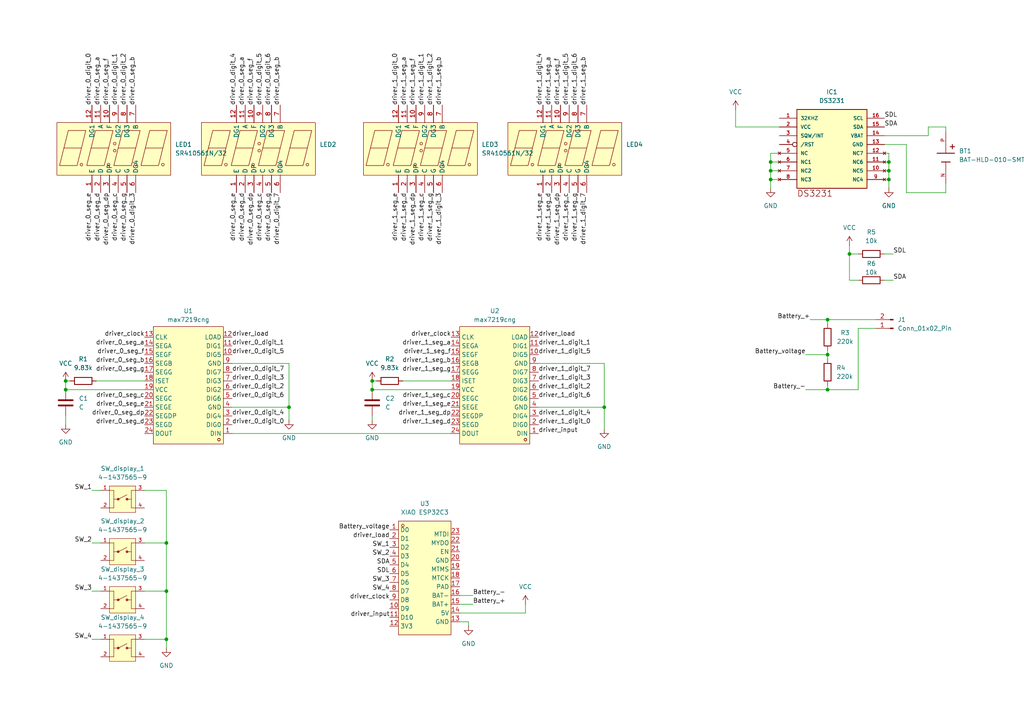
<source format=kicad_sch>
(kicad_sch (version 20231120) (generator "eeschema") (generator_version "8.0")
  (paper "A4")
  (lib_symbols
    (symbol "8 segment display:SR410561N_32"
      (property "Reference" "LED" (at 0 17.78 0))
      (property "Value" "SR410561N/32" (at 0 -17.78 0))
      (symbol "SR410561N_32_0_1"
        (rectangle (start -17.78 7.62) (end 15.24 -7.62) (fill (type background)))
        (circle (center -10.67 -4.57) (radius 0.38))
        (circle (center -2.79 -4.57) (radius 0.38))
        (circle (center -1.02 -0.51) (radius 0.38))
        (circle (center -1.02 1.52) (radius 0.38))
        (polyline (pts (xy -15.75 0.25) (xy -10.67 0.25)))
        (polyline (pts (xy -7.87 0.25) (xy -2.79 0.25)))
        (polyline (pts (xy 0 0.25) (xy 5.08 0.25)))
        (polyline (pts (xy 7.87 0.25) (xy 12.95 0.25)))
        (polyline (pts (xy -14.48 5.33) (xy -9.4 5.33) (xy -11.94 -4.83) (xy -17.02 -4.83) (xy -14.48 5.33)) (fill (type background)))
        (polyline (pts (xy -6.6 5.33) (xy -1.52 5.33) (xy -4.06 -4.83) (xy -9.14 -4.83) (xy -6.6 5.33)) (fill (type background)))
        (polyline (pts (xy 1.27 5.33) (xy 6.35 5.33) (xy 3.81 -4.83) (xy -1.27 -4.83) (xy 1.27 5.33)) (fill (type background)))
        (polyline (pts (xy 9.14 5.33) (xy 14.22 5.33) (xy 11.68 -4.83) (xy 6.6 -4.83) (xy 9.14 5.33)) (fill (type background)))
        (circle (center 5.08 -4.57) (radius 0.38))
        (circle (center 12.95 -4.57) (radius 0.38))
        (pin unspecified line (at -7.62 -12.7 90) (length 5.08) (name "E") (number "1"))
        (pin unspecified line (at -2.54 12.7 270) (length 5.08) (name "F") (number "10"))
        (pin unspecified line (at -5.08 12.7 270) (length 5.08) (name "A") (number "11"))
        (pin unspecified line (at -7.62 12.7 270) (length 5.08) (name "DG1") (number "12"))
        (pin unspecified line (at -5.08 -12.7 90) (length 5.08) (name "D") (number "2"))
        (pin unspecified line (at -2.54 -12.7 90) (length 5.08) (name "DP") (number "3"))
        (pin unspecified line (at 0 -12.7 90) (length 5.08) (name "C") (number "4"))
        (pin unspecified line (at 2.54 -12.7 90) (length 5.08) (name "G") (number "5"))
        (pin unspecified line (at 5.08 -12.7 90) (length 5.08) (name "DG4") (number "6"))
        (pin unspecified line (at 5.08 12.7 270) (length 5.08) (name "B") (number "7"))
        (pin unspecified line (at 2.54 12.7 270) (length 5.08) (name "DG3") (number "8"))
        (pin unspecified line (at 0 12.7 270) (length 5.08) (name "DG2") (number "9"))
      )
    )
    (symbol "8 segment display:XIAOESP32C3"
      (property "Reference" "U" (at 0 19.05 0))
      (property "Value" "XIAO ESP32C3" (at 0 -19.05 0))
      (symbol "XIAOESP32C3_0_1"
        (rectangle (start -7.62 16.51) (end 7.62 -16.51) (fill (type background)))
        (circle (center -6.35 15.24) (radius 0.38))
        (pin unspecified line (at -10.16 13.97 0) (length 2.54) (name "D0") (number "1"))
        (pin unspecified line (at -10.16 -8.89 0) (length 2.54) (name "D9") (number "10"))
        (pin unspecified line (at -10.16 -11.43 0) (length 2.54) (name "D10") (number "11"))
        (pin unspecified line (at -10.16 -13.97 0) (length 2.54) (name "3V3") (number "12"))
        (pin unspecified line (at 10.16 -12.7 180) (length 2.54) (name "GND") (number "13"))
        (pin unspecified line (at 10.16 -10.16 180) (length 2.54) (name "5V") (number "14"))
        (pin unspecified line (at 10.16 -7.62 180) (length 2.54) (name "BAT+") (number "15"))
        (pin unspecified line (at 10.16 -5.08 180) (length 2.54) (name "BAT-") (number "16"))
        (pin unspecified line (at 10.16 -2.54 180) (length 2.54) (name "PAD") (number "17"))
        (pin unspecified line (at 10.16 0 180) (length 2.54) (name "MTCK") (number "18"))
        (pin unspecified line (at 10.16 2.54 180) (length 2.54) (name "MTMS") (number "19"))
        (pin unspecified line (at -10.16 11.43 0) (length 2.54) (name "D1") (number "2"))
        (pin unspecified line (at 10.16 5.08 180) (length 2.54) (name "GND") (number "20"))
        (pin unspecified line (at 10.16 7.62 180) (length 2.54) (name "EN") (number "21"))
        (pin unspecified line (at 10.16 10.16 180) (length 2.54) (name "MYDO") (number "22"))
        (pin unspecified line (at 10.16 12.7 180) (length 2.54) (name "MTDI") (number "23"))
        (pin unspecified line (at -10.16 8.89 0) (length 2.54) (name "D2") (number "3"))
        (pin unspecified line (at -10.16 6.35 0) (length 2.54) (name "D3") (number "4"))
        (pin unspecified line (at -10.16 3.81 0) (length 2.54) (name "D4") (number "5"))
        (pin unspecified line (at -10.16 1.27 0) (length 2.54) (name "D5") (number "6"))
        (pin unspecified line (at -10.16 -1.27 0) (length 2.54) (name "D6") (number "7"))
        (pin unspecified line (at -10.16 -3.81 0) (length 2.54) (name "D7") (number "8"))
        (pin unspecified line (at -10.16 -6.35 0) (length 2.54) (name "D8") (number "9"))
      )
    )
    (symbol "8 segment display:max7219cng"
      (property "Reference" "U" (at 0 19.05 0))
      (property "Value" "max7219cng" (at 0 -19.05 0))
      (symbol "max7219cng_0_1"
        (rectangle (start -10.16 17.02) (end 10.16 -17.02) (fill (type background)))
        (circle (center -8.89 15.75) (radius 0.38))
        (circle (center -8.89 15.75) (radius 0.38))
        (pin unspecified line (at -12.7 13.97 0) (length 2.54) (name "DIN") (number "1"))
        (pin unspecified line (at -12.7 -8.89 0) (length 2.54) (name "DIG5") (number "10"))
        (pin unspecified line (at -12.7 -11.43 0) (length 2.54) (name "DIG1") (number "11"))
        (pin unspecified line (at -12.7 -13.97 0) (length 2.54) (name "LOAD") (number "12"))
        (pin unspecified line (at 12.7 -13.97 180) (length 2.54) (name "CLK") (number "13"))
        (pin unspecified line (at 12.7 -11.43 180) (length 2.54) (name "SEGA") (number "14"))
        (pin unspecified line (at 12.7 -8.89 180) (length 2.54) (name "SEGF") (number "15"))
        (pin unspecified line (at 12.7 -6.35 180) (length 2.54) (name "SEGB") (number "16"))
        (pin unspecified line (at 12.7 -3.81 180) (length 2.54) (name "SEGG") (number "17"))
        (pin unspecified line (at 12.7 -1.27 180) (length 2.54) (name "ISET") (number "18"))
        (pin unspecified line (at 12.7 1.27 180) (length 2.54) (name "VCC") (number "19"))
        (pin unspecified line (at -12.7 11.43 0) (length 2.54) (name "DIG0") (number "2"))
        (pin unspecified line (at 12.7 3.81 180) (length 2.54) (name "SEGC") (number "20"))
        (pin unspecified line (at 12.7 6.35 180) (length 2.54) (name "SEGE") (number "21"))
        (pin unspecified line (at 12.7 8.89 180) (length 2.54) (name "SEGDP") (number "22"))
        (pin unspecified line (at 12.7 11.43 180) (length 2.54) (name "SEGD") (number "23"))
        (pin unspecified line (at 12.7 13.97 180) (length 2.54) (name "DOUT") (number "24"))
        (pin unspecified line (at -12.7 8.89 0) (length 2.54) (name "DIG4") (number "3"))
        (pin unspecified line (at -12.7 6.35 0) (length 2.54) (name "GND") (number "4"))
        (pin unspecified line (at -12.7 3.81 0) (length 2.54) (name "DIG6") (number "5"))
        (pin unspecified line (at -12.7 1.27 0) (length 2.54) (name "DIG2") (number "6"))
        (pin unspecified line (at -12.7 -1.27 0) (length 2.54) (name "DIG3") (number "7"))
        (pin unspecified line (at -12.7 -3.81 0) (length 2.54) (name "DIG7") (number "8"))
        (pin unspecified line (at -12.7 -6.35 0) (length 2.54) (name "GND") (number "9"))
      )
    )
    (symbol "Connector:Conn_01x02_Pin" (pin_names (offset 1.016) hide)
      (property "Reference" "J" (at 0 2.54 0))
      (property "Value" "Conn_01x02_Pin" (at 0 -5.08 0))
      (symbol "Conn_01x02_Pin_1_1"
        (polyline (pts (xy 1.27 -2.54) (xy 0.8636 -2.54)) (stroke (width 0.1524)))
        (polyline (pts (xy 1.27 0) (xy 0.8636 0)) (stroke (width 0.1524)))
        (rectangle (start 0.8636 -2.413) (end 0 -2.667) (stroke (width 0.1524)) (fill (type outline)))
        (rectangle (start 0.8636 0.127) (end 0 -0.127) (stroke (width 0.1524)) (fill (type outline)))
        (pin passive line (at 5.08 0 180) (length 3.81) (name "Pin_1") (number "1"))
        (pin passive line (at 5.08 -2.54 180) (length 3.81) (name "Pin_2") (number "2"))
      )
    )
    (symbol "DS3231:DS3231" (pin_names (offset 1.016))
      (property "Reference" "IC" (at 10.16 15.24 0))
      (property "Value" "DS3231" (at 0 0 0))
      (symbol "DS3231_0_0"
        (rectangle (start -10.16 -10.16) (end 10.16 12.7) (stroke (width 0.254)) (fill (type background)))
        (text "DS3231" (at -10.16 -12.7 0) (effects (font (size 1.778 1.778)) (justify left bottom)))
        (pin output line (at -15.24 10.16 0) (length 5.08) (name "32KHZ") (number "1"))
        (pin no_connect line (at 15.24 -5.08 180) (length 5.08) (name "NC5") (number "10"))
        (pin no_connect line (at 15.24 -2.54 180) (length 5.08) (name "NC6") (number "11"))
        (pin no_connect line (at 15.24 0 180) (length 5.08) (name "NC7") (number "12"))
        (pin power_in line (at 15.24 2.54 180) (length 5.08) (name "GND") (number "13"))
        (pin power_in line (at 15.24 5.08 180) (length 5.08) (name "VBAT") (number "14"))
        (pin bidirectional line (at 15.24 7.62 180) (length 5.08) (name "SDA") (number "15"))
        (pin bidirectional line (at 15.24 10.16 180) (length 5.08) (name "SCL") (number "16"))
        (pin power_in line (at -15.24 7.62 0) (length 5.08) (name "VCC") (number "2"))
        (pin output line (at -15.24 5.08 0) (length 5.08) (name "SQW/INT") (number "3"))
        (pin passive inverted (at -15.24 2.54 0) (length 5.08) (name "/RST") (number "4"))
        (pin no_connect line (at -15.24 0 0) (length 5.08) (name "NC") (number "5"))
        (pin no_connect line (at -15.24 -2.54 0) (length 5.08) (name "NC1") (number "6"))
        (pin no_connect line (at -15.24 -5.08 0) (length 5.08) (name "NC2") (number "7"))
        (pin no_connect line (at -15.24 -7.62 0) (length 5.08) (name "NC3") (number "8"))
        (pin no_connect line (at 15.24 -7.62 180) (length 5.08) (name "NC4") (number "9"))
      )
    )
    (symbol "Device:C" (pin_numbers hide) (pin_names (offset 0.254))
      (property "Reference" "C" (at 0.635 2.54 0))
      (property "Value" "C" (at 0.635 -2.54 0))
      (symbol "C_0_1"
        (polyline (pts (xy -2.032 -0.762) (xy 2.032 -0.762)) (stroke (width 0.508)))
        (polyline (pts (xy -2.032 0.762) (xy 2.032 0.762)) (stroke (width 0.508)))
      )
      (symbol "C_1_1"
        (pin passive line (at 0 3.81 270) (length 2.794) (name "~") (number "1"))
        (pin passive line (at 0 -3.81 90) (length 2.794) (name "~") (number "2"))
      )
    )
    (symbol "Device:R" (pin_numbers hide) (pin_names (offset 0))
      (property "Reference" "R" (at 2.032 0 90))
      (property "Value" "R" (at 0 0 90))
      (symbol "R_0_1"
        (rectangle (start -1.016 -2.54) (end 1.016 2.54) (stroke (width 0.254)))
      )
      (symbol "R_1_1"
        (pin passive line (at 0 3.81 270) (length 1.27) (name "~") (number "1"))
        (pin passive line (at 0 -3.81 90) (length 1.27) (name "~") (number "2"))
      )
    )
    (symbol "FSM6JSMA:4-1437565-9" (pin_names (offset 1.016))
      (property "Reference" "SW" (at -4.0816 4.0816 0))
      (property "Value" "4-1437565-9" (at -4.071 -5.3432 0))
      (symbol "4-1437565-9_0_0"
        (rectangle (start -3.81 -3.81) (end 3.81 3.81) (stroke (width 0.127)) (fill (type background)))
        (circle (center -1.27 0) (radius 0.254) (stroke (width 0.2159)))
        (polyline (pts (xy -3.81 2.54) (xy -2.54 2.54)) (stroke (width 0.127)))
        (polyline (pts (xy -2.54 -2.54) (xy -3.81 -2.54)) (stroke (width 0.127)))
        (polyline (pts (xy -2.54 0) (xy -1.27 0)) (stroke (width 0.127)))
        (polyline (pts (xy -2.54 2.54) (xy -2.54 -2.54)) (stroke (width 0.127)))
        (polyline (pts (xy -1.27 0) (xy 1.27 1.27)) (stroke (width 0.127)))
        (polyline (pts (xy 1.27 0) (xy 2.54 0)) (stroke (width 0.127)))
        (polyline (pts (xy 2.54 -2.54) (xy 3.81 -2.54)) (stroke (width 0.127)))
        (polyline (pts (xy 2.54 2.54) (xy 2.54 -2.54)) (stroke (width 0.127)))
        (polyline (pts (xy 3.81 2.54) (xy 2.54 2.54)) (stroke (width 0.127)))
        (circle (center 1.27 0) (radius 0.254) (stroke (width 0.2159)))
        (pin passive line (at -6.35 2.54 0) (length 2.54) (name "~") (number "1"))
        (pin passive line (at -6.35 -2.54 0) (length 2.54) (name "~") (number "2"))
        (pin passive line (at 6.35 2.54 180) (length 2.54) (name "~") (number "3"))
        (pin passive line (at 6.35 -2.54 180) (length 2.54) (name "~") (number "4"))
      )
    )
    (symbol "cr2032:BAT-HLD-010-SMT-TR" (pin_names (offset 1.016))
      (property "Reference" "BT" (at -3.81 3.81 0))
      (property "Value" "BAT-HLD-010-SMT-TR" (at -3.81 -5.08 0))
      (symbol "BAT-HLD-010-SMT-TR_0_0"
        (polyline (pts (xy -3.81 1.905) (xy -2.54 1.905)) (stroke (width 0.254)))
        (polyline (pts (xy -3.175 2.54) (xy -3.175 1.27)) (stroke (width 0.254)))
        (polyline (pts (xy -1.27 0) (xy -2.54 0)) (stroke (width 0.1524)))
        (polyline (pts (xy -1.27 2.54) (xy -1.27 -2.54)) (stroke (width 0.254)))
        (polyline (pts (xy 1.27 0) (xy 2.54 0)) (stroke (width 0.1524)))
        (polyline (pts (xy 1.27 1.27) (xy 1.27 -1.27)) (stroke (width 0.254)))
        (pin passive line (at 7.62 0 180) (length 5.08) (name "~") (number "N"))
        (pin passive line (at -7.62 0 0) (length 5.08) (name "~") (number "P"))
      )
    )
    (symbol "power:GND" (power) (pin_numbers hide) (pin_names (offset 0) hide)
      (property "Value" "GND" (at 0 -3.81 0))
      (symbol "GND_0_1"
        (polyline (pts (xy 0 0) (xy 0 -1.27) (xy 1.27 -1.27) (xy 0 -2.54) (xy -1.27 -1.27) (xy 0 -1.27)))
      )
      (symbol "GND_1_1"
        (pin power_in line (at 0 0 270) (length 0) (name "~") (number "1"))
      )
    )
    (symbol "power:VCC" (power) (pin_numbers hide) (pin_names (offset 0) hide)
      (property "Value" "VCC" (at 0 3.556 0))
      (symbol "VCC_0_1"
        (polyline (pts (xy -0.762 1.27) (xy 0 2.54)))
        (polyline (pts (xy 0 0) (xy 0 2.54)))
        (polyline (pts (xy 0 2.54) (xy 0.762 1.27)))
      )
      (symbol "VCC_1_1"
        (pin power_in line (at 0 0 90) (length 0) (name "~") (number "1"))
      )
    )
  )
  (junction (at 223.52 49.53))
  (junction (at 240.03 92.71))
  (junction (at 48.26 157.48))
  (junction (at 240.03 113.03))
  (junction (at 240.03 102.87))
  (junction (at 246.38 73.66))
  (junction (at 257.81 46.99))
  (junction (at 19.05 110.49))
  (junction (at 48.26 185.42))
  (junction (at 107.95 113.03))
  (junction (at 257.81 52.07))
  (junction (at 107.95 110.49))
  (junction (at 223.52 52.07))
  (junction (at 257.81 49.53))
  (junction (at 223.52 46.99))
  (junction (at 175.26 118.11))
  (junction (at 19.05 113.03))
  (junction (at 83.82 118.11))
  (junction (at 48.26 171.45))
  (wire (pts (xy 107.95 120.65) (xy 107.95 121.92)))
  (wire (pts (xy 213.36 36.83) (xy 226.06 36.83)))
  (wire (pts (xy 48.26 185.42) (xy 48.26 187.96)))
  (wire (pts (xy 256.54 49.53) (xy 257.81 49.53)))
  (wire (pts (xy 269.24 36.83) (xy 274.32 36.83)))
  (wire (pts (xy 19.05 113.03) (xy 41.91 113.03)))
  (wire (pts (xy 223.52 46.99) (xy 226.06 46.99)))
  (wire (pts (xy 156.21 118.11) (xy 175.26 118.11)))
  (wire (pts (xy 19.05 120.65) (xy 19.05 123.19)))
  (wire (pts (xy 234.95 92.71) (xy 240.03 92.71)))
  (wire (pts (xy 19.05 110.49) (xy 20.32 110.49)))
  (wire (pts (xy 48.26 157.48) (xy 41.91 157.48)))
  (wire (pts (xy 246.38 73.66) (xy 248.92 73.66)))
  (wire (pts (xy 223.52 49.53) (xy 223.52 52.07)))
  (wire (pts (xy 223.52 49.53) (xy 226.06 49.53)))
  (wire (pts (xy 256.54 44.45) (xy 257.81 44.45)))
  (wire (pts (xy 175.26 105.41) (xy 175.26 118.11)))
  (wire (pts (xy 262.89 55.88) (xy 274.32 55.88)))
  (wire (pts (xy 156.21 105.41) (xy 175.26 105.41)))
  (wire (pts (xy 107.95 110.49) (xy 109.22 110.49)))
  (wire (pts (xy 41.91 185.42) (xy 48.26 185.42)))
  (wire (pts (xy 274.32 53.34) (xy 274.32 55.88)))
  (wire (pts (xy 256.54 41.91) (xy 262.89 41.91)))
  (wire (pts (xy 152.4 177.8) (xy 133.35 177.8)))
  (wire (pts (xy 26.67 157.48) (xy 29.21 157.48)))
  (wire (pts (xy 135.89 180.34) (xy 133.35 180.34)))
  (wire (pts (xy 116.84 110.49) (xy 130.81 110.49)))
  (wire (pts (xy 262.89 41.91) (xy 262.89 55.88)))
  (wire (pts (xy 223.52 52.07) (xy 223.52 54.61)))
  (wire (pts (xy 223.52 52.07) (xy 226.06 52.07)))
  (wire (pts (xy 240.03 92.71) (xy 254 92.71)))
  (wire (pts (xy 240.03 113.03) (xy 248.92 113.03)))
  (wire (pts (xy 274.32 36.83) (xy 274.32 38.1)))
  (wire (pts (xy 48.26 157.48) (xy 48.26 142.24)))
  (wire (pts (xy 83.82 105.41) (xy 83.82 118.11)))
  (wire (pts (xy 257.81 44.45) (xy 257.81 46.99)))
  (wire (pts (xy 213.36 31.75) (xy 213.36 36.83)))
  (wire (pts (xy 256.54 73.66) (xy 259.08 73.66)))
  (wire (pts (xy 26.67 185.42) (xy 29.21 185.42)))
  (wire (pts (xy 269.24 39.37) (xy 269.24 36.83)))
  (wire (pts (xy 48.26 171.45) (xy 48.26 185.42)))
  (wire (pts (xy 133.35 172.72) (xy 137.16 172.72)))
  (wire (pts (xy 223.52 44.45) (xy 223.52 46.99)))
  (wire (pts (xy 152.4 175.26) (xy 152.4 177.8)))
  (wire (pts (xy 135.89 181.61) (xy 135.89 180.34)))
  (wire (pts (xy 257.81 52.07) (xy 257.81 54.61)))
  (wire (pts (xy 41.91 171.45) (xy 48.26 171.45)))
  (wire (pts (xy 107.95 113.03) (xy 130.81 113.03)))
  (wire (pts (xy 256.54 39.37) (xy 269.24 39.37)))
  (wire (pts (xy 246.38 73.66) (xy 246.38 81.28)))
  (wire (pts (xy 240.03 101.6) (xy 240.03 102.87)))
  (wire (pts (xy 257.81 49.53) (xy 257.81 46.99)))
  (wire (pts (xy 226.06 44.45) (xy 223.52 44.45)))
  (wire (pts (xy 246.38 71.12) (xy 246.38 73.66)))
  (wire (pts (xy 246.38 81.28) (xy 248.92 81.28)))
  (wire (pts (xy 248.92 113.03) (xy 248.92 95.25)))
  (wire (pts (xy 240.03 102.87) (xy 240.03 104.14)))
  (wire (pts (xy 223.52 46.99) (xy 223.52 49.53)))
  (wire (pts (xy 257.81 46.99) (xy 256.54 46.99)))
  (wire (pts (xy 107.95 110.49) (xy 107.95 113.03)))
  (wire (pts (xy 83.82 118.11) (xy 83.82 121.92)))
  (wire (pts (xy 48.26 142.24) (xy 41.91 142.24)))
  (wire (pts (xy 48.26 171.45) (xy 48.26 157.48)))
  (wire (pts (xy 175.26 118.11) (xy 175.26 124.46)))
  (wire (pts (xy 26.67 171.45) (xy 29.21 171.45)))
  (wire (pts (xy 240.03 111.76) (xy 240.03 113.03)))
  (wire (pts (xy 67.31 125.73) (xy 130.81 125.73)))
  (wire (pts (xy 133.35 175.26) (xy 137.16 175.26)))
  (wire (pts (xy 233.68 113.03) (xy 240.03 113.03)))
  (wire (pts (xy 240.03 92.71) (xy 240.03 93.98)))
  (wire (pts (xy 257.81 49.53) (xy 257.81 52.07)))
  (wire (pts (xy 256.54 81.28) (xy 259.08 81.28)))
  (wire (pts (xy 256.54 52.07) (xy 257.81 52.07)))
  (wire (pts (xy 19.05 110.49) (xy 19.05 113.03)))
  (wire (pts (xy 67.31 118.11) (xy 83.82 118.11)))
  (wire (pts (xy 27.94 110.49) (xy 41.91 110.49)))
  (wire (pts (xy 233.68 102.87) (xy 240.03 102.87)))
  (wire (pts (xy 26.67 142.24) (xy 29.21 142.24)))
  (wire (pts (xy 248.92 95.25) (xy 254 95.25)))
  (wire (pts (xy 67.31 105.41) (xy 83.82 105.41)))
  (label "driver_0_digit_1" (at 67.31 100.33 0))
  (label "driver_1_digit_3" (at 156.21 110.49 0))
  (label "driver_0_digit_4" (at 68.58 30.48 90))
  (label "SW_4" (at 113.03 171.45 180))
  (label "driver_0_digit_2" (at 36.83 30.48 90))
  (label "driver_0_digit_5" (at 76.2 30.48 90))
  (label "SDA" (at 259.08 81.28 0))
  (label "driver_1_digit_6" (at 167.64 30.48 90))
  (label "Battery_-" (at 137.16 172.72 0))
  (label "driver_input" (at 156.21 125.73 0))
  (label "driver_0_seg_e" (at 26.67 55.88 270))
  (label "driver_1_digit_3" (at 128.27 55.88 270))
  (label "driver_1_digit_0" (at 115.57 30.48 90))
  (label "driver_0_seg_g" (at 36.83 55.88 270))
  (label "driver_1_seg_f" (at 120.65 30.48 90))
  (label "driver_1_seg_c" (at 130.81 115.57 180))
  (label "SW_2" (at 113.03 161.29 180))
  (label "Battery_voltage" (at 233.68 102.87 180))
  (label "Battery_-" (at 233.68 113.03 180))
  (label "driver_0_seg_f" (at 73.66 30.48 90))
  (label "driver_0_seg_a" (at 41.91 100.33 180))
  (label "driver_0_seg_e" (at 41.91 118.11 180))
  (label "driver_1_digit_4" (at 157.48 30.48 90))
  (label "driver_0_digit_7" (at 81.28 55.88 270))
  (label "driver_0_digit_3" (at 67.31 110.49 0))
  (label "SW_3" (at 26.67 171.45 180))
  (label "driver_1_digit_4" (at 156.21 120.65 0))
  (label "driver_0_seg_f" (at 31.75 30.48 90))
  (label "driver_0_seg_b" (at 41.91 105.41 180))
  (label "driver_0_digit_4" (at 67.31 120.65 0))
  (label "driver_1_seg_d" (at 160.02 55.88 270))
  (label "driver_1_seg_a" (at 118.11 30.48 90))
  (label "driver_0_seg_dp" (at 31.75 55.88 270))
  (label "driver_0_seg_f" (at 41.91 102.87 180))
  (label "driver_1_seg_f" (at 162.56 30.48 90))
  (label "driver_1_seg_g" (at 167.64 55.88 270))
  (label "driver_0_digit_2" (at 67.31 113.03 0))
  (label "driver_1_seg_b" (at 130.81 105.41 180))
  (label "driver_1_seg_e" (at 130.81 118.11 180))
  (label "driver_0_seg_a" (at 29.21 30.48 90))
  (label "driver_0_seg_c" (at 34.29 55.88 270))
  (label "SW_4" (at 26.67 185.42 180))
  (label "driver_0_seg_g" (at 41.91 107.95 180))
  (label "driver_1_seg_d" (at 118.11 55.88 270))
  (label "driver_clock" (at 41.91 97.79 180))
  (label "driver_0_seg_c" (at 41.91 115.57 180))
  (label "driver_load" (at 156.21 97.79 0))
  (label "driver_0_seg_c" (at 76.2 55.88 270))
  (label "driver_1_digit_7" (at 156.21 107.95 0))
  (label "driver_0_seg_dp" (at 73.66 55.88 270))
  (label "driver_0_digit_7" (at 67.31 107.95 0))
  (label "driver_0_seg_b" (at 39.37 30.48 90))
  (label "SDL" (at 113.03 166.37 180))
  (label "driver_1_seg_d" (at 130.81 123.19 180))
  (label "Battery_+" (at 137.16 175.26 0))
  (label "Battery_+" (at 234.95 92.71 180))
  (label "driver_1_digit_5" (at 165.1 30.48 90))
  (label "SDL" (at 256.54 34.29 0))
  (label "driver_0_digit_1" (at 34.29 30.48 90))
  (label "driver_1_seg_dp" (at 130.81 120.65 180))
  (label "driver_0_seg_d" (at 29.21 55.88 270))
  (label "driver_1_seg_a" (at 160.02 30.48 90))
  (label "driver_1_seg_dp" (at 120.65 55.88 270))
  (label "driver_0_seg_a" (at 71.12 30.48 90))
  (label "driver_0_digit_6" (at 78.74 30.48 90))
  (label "driver_1_seg_e" (at 115.57 55.88 270))
  (label "driver_0_seg_g" (at 78.74 55.88 270))
  (label "driver_0_seg_d" (at 71.12 55.88 270))
  (label "SW_1" (at 113.03 158.75 180))
  (label "driver_1_seg_f" (at 130.81 102.87 180))
  (label "driver_0_digit_3" (at 39.37 55.88 270))
  (label "driver_1_seg_c" (at 123.19 55.88 270))
  (label "driver_1_seg_dp" (at 162.56 55.88 270))
  (label "driver_1_seg_c" (at 165.1 55.88 270))
  (label "driver_0_digit_0" (at 26.67 30.48 90))
  (label "driver_0_digit_0" (at 67.31 123.19 0))
  (label "driver_1_seg_g" (at 125.73 55.88 270))
  (label "driver_load" (at 67.31 97.79 0))
  (label "driver_1_seg_b" (at 170.18 30.48 90))
  (label "Battery_voltage" (at 113.03 153.67 180))
  (label "driver_1_digit_1" (at 156.21 100.33 0))
  (label "driver_0_digit_5" (at 67.31 102.87 0))
  (label "SW_3" (at 113.03 168.91 180))
  (label "driver_1_digit_0" (at 156.21 123.19 0))
  (label "SDA" (at 113.03 163.83 180))
  (label "driver_0_seg_b" (at 81.28 30.48 90))
  (label "SDA" (at 256.54 36.83 0))
  (label "driver_input" (at 113.03 179.07 180))
  (label "driver_0_seg_e" (at 68.58 55.88 270))
  (label "driver_1_seg_e" (at 157.48 55.88 270))
  (label "driver_1_digit_1" (at 123.19 30.48 90))
  (label "driver_clock" (at 130.81 97.79 180))
  (label "driver_1_digit_7" (at 170.18 55.88 270))
  (label "driver_1_digit_6" (at 156.21 115.57 0))
  (label "SW_2" (at 26.67 157.48 180))
  (label "driver_0_seg_d" (at 41.91 123.19 180))
  (label "driver_0_seg_dp" (at 41.91 120.65 180))
  (label "SDL" (at 259.08 73.66 0))
  (label "driver_1_seg_g" (at 130.81 107.95 180))
  (label "driver_1_digit_2" (at 156.21 113.03 0))
  (label "driver_clock" (at 113.03 173.99 180))
  (label "driver_1_digit_2" (at 125.73 30.48 90))
  (label "driver_1_seg_a" (at 130.81 100.33 180))
  (label "driver_0_digit_6" (at 67.31 115.57 0))
  (label "SW_1" (at 26.67 142.24 180))
  (label "driver_load" (at 113.03 156.21 180))
  (label "driver_1_seg_b" (at 128.27 30.48 90))
  (label "driver_1_digit_5" (at 156.21 102.87 0))
  (symbol (lib_id "8 segment display:XIAOESP32C3") (at 123.19 167.64 0) (unit 1)
    (property "Reference" "U3" (at 123.19 146.05 0))
    (property "Value" "XIAO ESP32C3" (at 123.19 148.59 0))
    (property "Footprint" "RF_Module:MCU_Seeed_ESP32C3" (effects (hide yes)))
    (property "LCSC Part" "C19189385" (effects (hide yes)))
  )
  (symbol (lib_id "8 segment display:max7219cng") (at 143.51 111.76 180) (unit 1)
    (property "Reference" "U2" (at 143.51 90.17 0))
    (property "Value" "max7219cng" (at 143.51 92.71 0))
    (property "Footprint" "footprint_lib:MAX7219" (effects (hide yes)))
    (property "Datasheet" "https://lcsc.com/product-detail/LED-Drivers_MAXIM_max7219cng_max7219cng_C29160.html" (effects (hide yes)))
    (property "LCSC Part" "C29160" (effects (hide yes)))
  )
  (symbol (lib_id "power:GND") (at 83.82 121.92 0) (unit 1)
    (property "Reference" "#PWR05" (effects (hide yes)))
    (property "Value" "GND" (at 83.82 127 0))
    (property "Description" "Power symbol creates a global label with name \"GND\" , ground" (effects (hide yes)))
  )
  (symbol (lib_id "FSM6JSMA:4-1437565-9") (at 35.56 173.99 0) (unit 1)
    (property "Reference" "SW_display_3" (at 35.56 165.1 0))
    (property "Value" "4-1437565-9" (at 35.56 167.64 0))
    (property "Footprint" "footprint_lib:TE_4-1437565-9" (effects (hide yes)))
    (property "Contact_Current_Rating" "50 mA" (effects (hide yes)))
    (property "COMMENT" "FSM6JSMA (4-1437565-9)" (effects (hide yes)))
    (property "Configuration_Pole-Throw" "Single Pole - Single Throw" (effects (hide yes)))
    (property "Check_prices" "https://www.snapeda.com/parts/FSM6JSMA/TE+Connectivity+Alcoswitch+Switches/view-part/?ref=eda" (effects (hide yes)))
    (property "CONFIGURATION_(POLE-THROW)" "Single Pole - Single Throw" (effects (hide yes)))
    (property "STANDARD" "Manufacturer Recommendation" (effects (hide yes)))
    (property "PARTREV" "V" (effects (hide yes)))
    (property "SnapEDA_Link" "https://www.snapeda.com/parts/FSM6JSMA/TE+Connectivity+Alcoswitch+Switches/view-part/?ref=snap" (effects (hide yes)))
    (property "LINK" "http://www.te.com/usa-en/product-4-1437565-9.html" (effects (hide yes)))
    (property "EU_RoHS_Compliance" "Compliant" (effects (hide yes)))
    (property "Price" "None" (effects (hide yes)))
    (property "AVAILABILITY" "Good" (effects (hide yes)))
    (property "Description_1" "\n                        \n                            Alcoswitch, Switch, Tactile, 50 mA, SPST, Pushbutton, Off[On], FSM6JSMA | TE Connectivity FSM6JSMA\n                        \n" (effects (hide yes)))
    (property "CONTACT_CURRENT_RATING" "50 mA" (effects (hide yes)))
    (property "MF" "TE Connectivity" (effects (hide yes)))
    (property "DESCRIPTION" "FSM6JSMA=SMT,TACTILE,PB SWITCH" (effects (hide yes)))
    (property "PRICE" "0.15 USD" (effects (hide yes)))
    (property "PACKAGE" "None" (effects (hide yes)))
    (property "Availability" "In Stock" (effects (hide yes)))
    (property "MP" "FSM6JSMA" (effects (hide yes)))
    (property "Package" "None" (effects (hide yes)))
    (property "EU_ROHS_COMPLIANCE" "Compliant" (effects (hide yes)))
    (property "Comment" "4-1437565-9" (effects (hide yes)))
  )
  (symbol (lib_id "power:VCC") (at 107.95 110.49 0) (unit 1)
    (property "Reference" "#PWR01" (effects (hide yes)))
    (property "Value" "VCC" (at 107.95 105.41 0))
    (property "Description" "Power symbol creates a global label with name \"VCC\"" (effects (hide yes)))
  )
  (symbol (lib_id "power:VCC") (at 246.38 71.12 0) (unit 1)
    (property "Reference" "#PWR013" (effects (hide yes)))
    (property "Value" "VCC" (at 246.38 66.04 0))
    (property "Description" "Power symbol creates a global label with name \"VCC\"" (effects (hide yes)))
  )
  (symbol (lib_id "power:GND") (at 257.81 54.61 0) (unit 1)
    (property "Reference" "#PWR011" (effects (hide yes)))
    (property "Value" "GND" (at 257.81 59.69 0))
    (property "Description" "Power symbol creates a global label with name \"GND\" , ground" (effects (hide yes)))
  )
  (symbol (lib_id "power:VCC") (at 152.4 175.26 0) (unit 1)
    (property "Reference" "#PWR09" (effects (hide yes)))
    (property "Value" "VCC" (at 152.4 170.18 0))
    (property "Description" "Power symbol creates a global label with name \"VCC\"" (effects (hide yes)))
  )
  (symbol (lib_id "8 segment display:max7219cng") (at 54.61 111.76 180) (unit 1)
    (property "Reference" "U1" (at 54.61 90.17 0))
    (property "Value" "max7219cng" (at 54.61 92.71 0))
    (property "Footprint" "footprint_lib:MAX7219" (effects (hide yes)))
    (property "Datasheet" "https://lcsc.com/product-detail/LED-Drivers_MAXIM_max7219cng_max7219cng_C29160.html" (effects (hide yes)))
    (property "LCSC Part" "C29160" (effects (hide yes)))
  )
  (symbol (lib_id "Device:R") (at 240.03 97.79 0) (unit 1)
    (property "Reference" "R3" (at 245.11 96.52 0))
    (property "Value" "220k" (at 245.11 99.06 0))
    (property "Footprint" "Resistor_SMD:R_1206_3216Metric" (effects (hide yes)))
    (property "Description" "Resistor" (effects (hide yes)))
  )
  (symbol (lib_id "FSM6JSMA:4-1437565-9") (at 35.56 187.96 0) (unit 1)
    (property "Reference" "SW_display_4" (at 35.56 179.07 0))
    (property "Value" "4-1437565-9" (at 35.56 181.61 0))
    (property "Footprint" "footprint_lib:TE_4-1437565-9" (effects (hide yes)))
    (property "Contact_Current_Rating" "50 mA" (effects (hide yes)))
    (property "COMMENT" "FSM6JSMA (4-1437565-9)" (effects (hide yes)))
    (property "Configuration_Pole-Throw" "Single Pole - Single Throw" (effects (hide yes)))
    (property "Check_prices" "https://www.snapeda.com/parts/FSM6JSMA/TE+Connectivity+Alcoswitch+Switches/view-part/?ref=eda" (effects (hide yes)))
    (property "CONFIGURATION_(POLE-THROW)" "Single Pole - Single Throw" (effects (hide yes)))
    (property "STANDARD" "Manufacturer Recommendation" (effects (hide yes)))
    (property "PARTREV" "V" (effects (hide yes)))
    (property "SnapEDA_Link" "https://www.snapeda.com/parts/FSM6JSMA/TE+Connectivity+Alcoswitch+Switches/view-part/?ref=snap" (effects (hide yes)))
    (property "LINK" "http://www.te.com/usa-en/product-4-1437565-9.html" (effects (hide yes)))
    (property "EU_RoHS_Compliance" "Compliant" (effects (hide yes)))
    (property "Price" "None" (effects (hide yes)))
    (property "AVAILABILITY" "Good" (effects (hide yes)))
    (property "Description_1" "\n                        \n                            Alcoswitch, Switch, Tactile, 50 mA, SPST, Pushbutton, Off[On], FSM6JSMA | TE Connectivity FSM6JSMA\n                        \n" (effects (hide yes)))
    (property "CONTACT_CURRENT_RATING" "50 mA" (effects (hide yes)))
    (property "MF" "TE Connectivity" (effects (hide yes)))
    (property "DESCRIPTION" "FSM6JSMA=SMT,TACTILE,PB SWITCH" (effects (hide yes)))
    (property "PRICE" "0.15 USD" (effects (hide yes)))
    (property "PACKAGE" "None" (effects (hide yes)))
    (property "Availability" "In Stock" (effects (hide yes)))
    (property "MP" "FSM6JSMA" (effects (hide yes)))
    (property "Package" "None" (effects (hide yes)))
    (property "EU_ROHS_COMPLIANCE" "Compliant" (effects (hide yes)))
    (property "Comment" "4-1437565-9" (effects (hide yes)))
  )
  (symbol (lib_id "Device:C") (at 107.95 116.84 0) (unit 1)
    (property "Reference" "C2" (at 111.76 115.5699 0) (effects (justify left)))
    (property "Value" "C" (at 111.76 118.1099 0) (effects (justify left)))
    (property "Footprint" "Capacitor_SMD:C_0504_1310Metric_Pad0.83x1.28mm_HandSolder" (effects (hide yes)))
    (property "Description" "Unpolarized capacitor" (effects (hide yes)))
  )
  (symbol (lib_id "cr2032:BAT-HLD-010-SMT-TR") (at 274.32 45.72 270) (unit 1)
    (property "Reference" "BT1" (at 278.13 43.7895 90) (effects (justify left)))
    (property "Value" "BAT-HLD-010-SMT-TR" (at 278.13 46.3295 90) (effects (justify left)))
    (property "Footprint" "cr2032 holder:BAT_BAT-HLD-010-SMT-TR" (effects (hide yes)))
    (property "SnapEDA_Link" "https://www.snapeda.com/parts/BAT-HLD-010-SMT-TR/TE+Connectivity/view-part/?ref=snap" (effects (hide yes)))
    (property "Check_prices" "https://www.snapeda.com/parts/BAT-HLD-010-SMT-TR/TE+Connectivity/view-part/?ref=eda" (effects (hide yes)))
    (property "Package" "None" (effects (hide yes)))
    (property "Price" "None" (effects (hide yes)))
    (property "MF" "TE Connectivity" (effects (hide yes)))
    (property "MP" "BAT-HLD-010-SMT-TR" (effects (hide yes)))
    (property "Purchase-URL" "https://www.snapeda.com/api/url_track_click_mouser/?unipart_id=12316259&manufacturer=Linx Technologies Inc.&part_name=BAT-HLD-010-SMT-TR&search_term=None" (effects (hide yes)))
    (property "Availability" "In Stock" (effects (hide yes)))
    (property "Description_1" "\n                        \n                            Battery Holder Coin 20 SMT Nickel T&R\n                        \n" (effects (hide yes)))
  )
  (symbol (lib_id "8 segment display:SR410561N_32") (at 165.1 43.18 0) (unit 1)
    (property "Reference" "LED4" (at 181.61 41.9099 0) (effects (justify left)))
    (property "Value" "SR410561N/32" (effects (hide yes)))
    (property "Footprint" "footprint_lib:SR410561N" (effects (hide yes)))
    (property "LCSC Part" "C33545970" (effects (hide yes)))
  )
  (symbol (lib_id "Device:R") (at 113.03 110.49 90) (unit 1)
    (property "Reference" "R2" (at 113.03 104.14 90))
    (property "Value" "9.83k" (at 113.03 106.68 90))
    (property "Footprint" "Resistor_SMD:R_1206_3216Metric" (effects (hide yes)))
    (property "Description" "Resistor" (effects (hide yes)))
  )
  (symbol (lib_id "power:GND") (at 19.05 123.19 0) (unit 1)
    (property "Reference" "#PWR04" (effects (hide yes)))
    (property "Value" "GND" (at 19.05 128.27 0))
    (property "Description" "Power symbol creates a global label with name \"GND\" , ground" (effects (hide yes)))
  )
  (symbol (lib_id "8 segment display:SR410561N_32") (at 34.29 43.18 0) (unit 1)
    (property "Reference" "LED1" (at 50.8 41.9099 0) (effects (justify left)))
    (property "Value" "SR410561N/32" (at 50.8 44.4499 0) (effects (justify left)))
    (property "Footprint" "footprint_lib:SR410561N" (effects (hide yes)))
    (property "LCSC Part" "C33545970" (effects (hide yes)))
  )
  (symbol (lib_id "power:VCC") (at 213.36 31.75 0) (unit 1)
    (property "Reference" "#PWR012" (effects (hide yes)))
    (property "Value" "VCC" (at 213.36 26.67 0))
    (property "Description" "Power symbol creates a global label with name \"VCC\"" (effects (hide yes)))
  )
  (symbol (lib_id "Device:R") (at 252.73 73.66 90) (unit 1)
    (property "Reference" "R5" (at 252.73 67.31 90))
    (property "Value" "10k" (at 252.73 69.85 90))
    (property "Footprint" "Resistor_SMD:R_1206_3216Metric" (effects (hide yes)))
    (property "Description" "Resistor" (effects (hide yes)))
  )
  (symbol (lib_id "power:GND") (at 175.26 124.46 0) (unit 1)
    (property "Reference" "#PWR02" (effects (hide yes)))
    (property "Value" "GND" (at 175.26 129.54 0))
    (property "Description" "Power symbol creates a global label with name \"GND\" , ground" (effects (hide yes)))
  )
  (symbol (lib_id "DS3231:DS3231") (at 241.3 44.45 0) (unit 1)
    (property "Reference" "IC1" (at 241.3 26.67 0))
    (property "Value" "DS3231" (at 241.3 29.21 0))
    (property "Footprint" "DS3231:SO16W" (effects (hide yes)))
    (property "MF" "Analog Devices" (effects (hide yes)))
    (property "Description_1" "\n                        \n                            Real Time Clock (RTC) IC Clock/Calendar - I²C, 2-Wire Serial 8-SOIC (0.154, 3.90mm Width)\n                        \n" (effects (hide yes)))
    (property "Package" "SOIC-16 Maxim Integrated" (effects (hide yes)))
    (property "Price" "None" (effects (hide yes)))
    (property "SnapEDA_Link" "https://www.snapeda.com/parts/DS3231/Analog+Devices/view-part/?ref=snap" (effects (hide yes)))
    (property "MP" "DS3231" (effects (hide yes)))
    (property "Availability" "In Stock" (effects (hide yes)))
    (property "Check_prices" "https://www.snapeda.com/parts/DS3231/Analog+Devices/view-part/?ref=eda" (effects (hide yes)))
  )
  (symbol (lib_id "FSM6JSMA:4-1437565-9") (at 35.56 160.02 0) (unit 1)
    (property "Reference" "SW_display_2" (at 35.56 151.13 0))
    (property "Value" "4-1437565-9" (at 35.56 153.67 0))
    (property "Footprint" "footprint_lib:TE_4-1437565-9" (effects (hide yes)))
    (property "Contact_Current_Rating" "50 mA" (effects (hide yes)))
    (property "COMMENT" "FSM6JSMA (4-1437565-9)" (effects (hide yes)))
    (property "Configuration_Pole-Throw" "Single Pole - Single Throw" (effects (hide yes)))
    (property "Check_prices" "https://www.snapeda.com/parts/FSM6JSMA/TE+Connectivity+Alcoswitch+Switches/view-part/?ref=eda" (effects (hide yes)))
    (property "CONFIGURATION_(POLE-THROW)" "Single Pole - Single Throw" (effects (hide yes)))
    (property "STANDARD" "Manufacturer Recommendation" (effects (hide yes)))
    (property "PARTREV" "V" (effects (hide yes)))
    (property "SnapEDA_Link" "https://www.snapeda.com/parts/FSM6JSMA/TE+Connectivity+Alcoswitch+Switches/view-part/?ref=snap" (effects (hide yes)))
    (property "LINK" "http://www.te.com/usa-en/product-4-1437565-9.html" (effects (hide yes)))
    (property "EU_RoHS_Compliance" "Compliant" (effects (hide yes)))
    (property "Price" "None" (effects (hide yes)))
    (property "AVAILABILITY" "Good" (effects (hide yes)))
    (property "Description_1" "\n                        \n                            Alcoswitch, Switch, Tactile, 50 mA, SPST, Pushbutton, Off[On], FSM6JSMA | TE Connectivity FSM6JSMA\n                        \n" (effects (hide yes)))
    (property "CONTACT_CURRENT_RATING" "50 mA" (effects (hide yes)))
    (property "MF" "TE Connectivity" (effects (hide yes)))
    (property "DESCRIPTION" "FSM6JSMA=SMT,TACTILE,PB SWITCH" (effects (hide yes)))
    (property "PRICE" "0.15 USD" (effects (hide yes)))
    (property "PACKAGE" "None" (effects (hide yes)))
    (property "Availability" "In Stock" (effects (hide yes)))
    (property "MP" "FSM6JSMA" (effects (hide yes)))
    (property "Package" "None" (effects (hide yes)))
    (property "EU_ROHS_COMPLIANCE" "Compliant" (effects (hide yes)))
    (property "Comment" "4-1437565-9" (effects (hide yes)))
  )
  (symbol (lib_id "power:VCC") (at 19.05 110.49 0) (unit 1)
    (property "Reference" "#PWR03" (effects (hide yes)))
    (property "Value" "VCC" (at 19.05 105.41 0))
    (property "Description" "Power symbol creates a global label with name \"VCC\"" (effects (hide yes)))
  )
  (symbol (lib_id "Device:R") (at 252.73 81.28 90) (unit 1)
    (property "Reference" "R6" (at 252.73 76.454 90))
    (property "Value" "10k" (at 252.73 78.994 90))
    (property "Footprint" "Resistor_SMD:R_1206_3216Metric" (effects (hide yes)))
    (property "Description" "Resistor" (effects (hide yes)))
  )
  (symbol (lib_id "power:GND") (at 107.95 121.92 0) (unit 1)
    (property "Reference" "#PWR06" (effects (hide yes)))
    (property "Value" "GND" (at 107.95 127 0))
    (property "Description" "Power symbol creates a global label with name \"GND\" , ground" (effects (hide yes)))
  )
  (symbol (lib_id "Connector:Conn_01x02_Pin") (at 259.08 95.25 180) (unit 1)
    (property "Reference" "J1" (at 260.35 92.7099 0) (effects (justify right)))
    (property "Value" "Conn_01x02_Pin" (at 260.35 95.2499 0) (effects (justify right)))
    (property "Footprint" "Connector_PinHeader_2.54mm:PinHeader_1x02_P2.54mm_Vertical" (effects (hide yes)))
    (property "Description" "Generic connector, single row, 01x02, script generated" (effects (hide yes)))
  )
  (symbol (lib_id "power:GND") (at 135.89 181.61 0) (unit 1)
    (property "Reference" "#PWR08" (effects (hide yes)))
    (property "Value" "GND" (at 135.89 186.69 0))
    (property "Description" "Power symbol creates a global label with name \"GND\" , ground" (effects (hide yes)))
  )
  (symbol (lib_id "FSM6JSMA:4-1437565-9") (at 35.56 144.78 0) (unit 1)
    (property "Reference" "SW_display_1" (at 35.56 135.89 0))
    (property "Value" "4-1437565-9" (at 35.56 138.43 0))
    (property "Footprint" "footprint_lib:TE_4-1437565-9" (effects (hide yes)))
    (property "Contact_Current_Rating" "50 mA" (effects (hide yes)))
    (property "COMMENT" "FSM6JSMA (4-1437565-9)" (effects (hide yes)))
    (property "Configuration_Pole-Throw" "Single Pole - Single Throw" (effects (hide yes)))
    (property "Check_prices" "https://www.snapeda.com/parts/FSM6JSMA/TE+Connectivity+Alcoswitch+Switches/view-part/?ref=eda" (effects (hide yes)))
    (property "CONFIGURATION_(POLE-THROW)" "Single Pole - Single Throw" (effects (hide yes)))
    (property "STANDARD" "Manufacturer Recommendation" (effects (hide yes)))
    (property "PARTREV" "V" (effects (hide yes)))
    (property "SnapEDA_Link" "https://www.snapeda.com/parts/FSM6JSMA/TE+Connectivity+Alcoswitch+Switches/view-part/?ref=snap" (effects (hide yes)))
    (property "LINK" "http://www.te.com/usa-en/product-4-1437565-9.html" (effects (hide yes)))
    (property "EU_RoHS_Compliance" "Compliant" (effects (hide yes)))
    (property "Price" "None" (effects (hide yes)))
    (property "AVAILABILITY" "Good" (effects (hide yes)))
    (property "Description_1" "\n                        \n                            Alcoswitch, Switch, Tactile, 50 mA, SPST, Pushbutton, Off[On], FSM6JSMA | TE Connectivity FSM6JSMA\n                        \n" (effects (hide yes)))
    (property "CONTACT_CURRENT_RATING" "50 mA" (effects (hide yes)))
    (property "MF" "TE Connectivity" (effects (hide yes)))
    (property "DESCRIPTION" "FSM6JSMA=SMT,TACTILE,PB SWITCH" (effects (hide yes)))
    (property "PRICE" "0.15 USD" (effects (hide yes)))
    (property "PACKAGE" "None" (effects (hide yes)))
    (property "Availability" "In Stock" (effects (hide yes)))
    (property "MP" "FSM6JSMA" (effects (hide yes)))
    (property "Package" "None" (effects (hide yes)))
    (property "EU_ROHS_COMPLIANCE" "Compliant" (effects (hide yes)))
    (property "Comment" "4-1437565-9" (effects (hide yes)))
  )
  (symbol (lib_id "8 segment display:SR410561N_32") (at 123.19 43.18 0) (unit 1)
    (property "Reference" "LED3" (at 139.7 41.9099 0) (effects (justify left)))
    (property "Value" "SR410561N/32" (at 139.7 44.4499 0) (effects (justify left)))
    (property "Footprint" "footprint_lib:SR410561N" (effects (hide yes)))
    (property "LCSC Part" "C33545970" (effects (hide yes)))
  )
  (symbol (lib_id "Device:C") (at 19.05 116.84 0) (unit 1)
    (property "Reference" "C1" (at 22.86 115.5699 0) (effects (justify left)))
    (property "Value" "C" (at 22.86 118.1099 0) (effects (justify left)))
    (property "Footprint" "Capacitor_SMD:C_0504_1310Metric_Pad0.83x1.28mm_HandSolder" (effects (hide yes)))
    (property "Description" "Unpolarized capacitor" (effects (hide yes)))
  )
  (symbol (lib_id "power:GND") (at 223.52 54.61 0) (unit 1)
    (property "Reference" "#PWR010" (effects (hide yes)))
    (property "Value" "GND" (at 223.52 59.69 0))
    (property "Description" "Power symbol creates a global label with name \"GND\" , ground" (effects (hide yes)))
  )
  (symbol (lib_id "power:GND") (at 48.26 187.96 0) (unit 1)
    (property "Reference" "#PWR07" (effects (hide yes)))
    (property "Value" "GND" (at 48.26 193.04 0))
    (property "Description" "Power symbol creates a global label with name \"GND\" , ground" (effects (hide yes)))
  )
  (symbol (lib_id "8 segment display:SR410561N_32") (at 76.2 43.18 0) (unit 1)
    (property "Reference" "LED2" (at 92.71 41.9099 0) (effects (justify left)))
    (property "Value" "SR410561N/32" (effects (hide yes)))
    (property "Footprint" "footprint_lib:SR410561N" (effects (hide yes)))
    (property "LCSC Part" "C33545970" (effects (hide yes)))
  )
  (symbol (lib_id "Device:R") (at 24.13 110.49 90) (unit 1)
    (property "Reference" "R1" (at 24.13 104.14 90))
    (property "Value" "9.83k" (at 24.13 106.68 90))
    (property "Footprint" "Resistor_SMD:R_1206_3216Metric" (effects (hide yes)))
    (property "Description" "Resistor" (effects (hide yes)))
  )
  (symbol (lib_id "Device:R") (at 240.03 107.95 180) (unit 1)
    (property "Reference" "R4" (at 242.57 106.6799 0) (effects (justify right)))
    (property "Value" "220k" (at 242.57 109.2199 0) (effects (justify right)))
    (property "Footprint" "Resistor_SMD:R_1206_3216Metric" (effects (hide yes)))
    (property "Description" "Resistor" (effects (hide yes)))
  )
)
</source>
